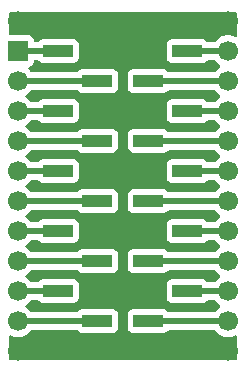
<source format=gbl>
G04 #@! TF.GenerationSoftware,KiCad,Pcbnew,9.0.6*
G04 #@! TF.CreationDate,2026-01-08T12:32:58-06:00*
G04 #@! TF.ProjectId,QFN-20_5x5_P0.65,51464e2d-3230-45f3-9578-355f50302e36,rev?*
G04 #@! TF.SameCoordinates,Original*
G04 #@! TF.FileFunction,Copper,L2,Bot*
G04 #@! TF.FilePolarity,Positive*
%FSLAX46Y46*%
G04 Gerber Fmt 4.6, Leading zero omitted, Abs format (unit mm)*
G04 Created by KiCad (PCBNEW 9.0.6) date 2026-01-08 12:32:58*
%MOMM*%
%LPD*%
G01*
G04 APERTURE LIST*
G04 Aperture macros list*
%AMRotRect*
0 Rectangle, with rotation*
0 The origin of the aperture is its center*
0 $1 length*
0 $2 width*
0 $3 Rotation angle, in degrees counterclockwise*
0 Add horizontal line*
21,1,$1,$2,0,0,$3*%
G04 Aperture macros list end*
G04 #@! TA.AperFunction,SMDPad,CuDef*
%ADD10R,2.510000X1.000000*%
G04 #@! TD*
G04 #@! TA.AperFunction,HeatsinkPad*
%ADD11C,0.500000*%
G04 #@! TD*
G04 #@! TA.AperFunction,HeatsinkPad*
%ADD12RotRect,3.350000X3.350000X315.000000*%
G04 #@! TD*
G04 #@! TA.AperFunction,ComponentPad*
%ADD13C,1.700000*%
G04 #@! TD*
G04 #@! TA.AperFunction,ComponentPad*
%ADD14R,1.700000X1.700000*%
G04 #@! TD*
G04 #@! TA.AperFunction,ViaPad*
%ADD15C,0.600000*%
G04 #@! TD*
G04 #@! TA.AperFunction,Conductor*
%ADD16C,0.500000*%
G04 #@! TD*
G04 APERTURE END LIST*
D10*
X140585000Y-106680000D03*
X143895000Y-109220000D03*
X140585000Y-111760000D03*
X143895000Y-114300000D03*
X140585000Y-116840000D03*
X143895000Y-119380000D03*
X140585000Y-121920000D03*
X143895000Y-124460000D03*
X140585000Y-127000000D03*
X143895000Y-129540000D03*
X140585000Y-132080000D03*
X143895000Y-134620000D03*
D11*
X138430000Y-117364746D03*
X137422373Y-118372373D03*
X136414746Y-119380000D03*
X139437627Y-118372373D03*
X138430000Y-119380000D03*
D12*
X138430000Y-119380000D03*
D11*
X137422373Y-120387627D03*
X140445254Y-119380000D03*
X139437627Y-120387627D03*
X138430000Y-121395254D03*
D13*
X129540000Y-106680000D03*
D14*
X129540000Y-109220000D03*
D13*
X129540000Y-111760000D03*
X129540000Y-114300000D03*
X129540000Y-116840000D03*
X129540000Y-119380000D03*
X129540000Y-121920000D03*
X129540000Y-124460000D03*
X129540000Y-127000000D03*
X129540000Y-129540000D03*
X129540000Y-132080000D03*
X129540000Y-134620000D03*
X147320000Y-106680000D03*
X147320000Y-109220000D03*
X147320000Y-111760000D03*
X147320000Y-114300000D03*
X147320000Y-116840000D03*
X147320000Y-119380000D03*
X147320000Y-121920000D03*
X147320000Y-124460000D03*
X147320000Y-127000000D03*
X147320000Y-129540000D03*
X147320000Y-132080000D03*
X147320000Y-134620000D03*
D10*
X136275000Y-116840000D03*
X136275000Y-106680000D03*
X132965000Y-109220000D03*
X136275000Y-111760000D03*
X132965000Y-114300000D03*
X132965000Y-119380000D03*
X136275000Y-121920000D03*
X132965000Y-124460000D03*
X136275000Y-127000000D03*
X132965000Y-129540000D03*
X136275000Y-132080000D03*
X132965000Y-134620000D03*
D15*
X138430000Y-115189000D03*
X138430000Y-129540000D03*
X138430000Y-109220000D03*
X138430000Y-123571000D03*
D16*
X129540000Y-132080000D02*
X136275000Y-132080000D01*
X132965000Y-114300000D02*
X129540000Y-114300000D01*
X129540000Y-121920000D02*
X136275000Y-121920000D01*
X129540000Y-127000000D02*
X136275000Y-127000000D01*
X129540000Y-109220000D02*
X132965000Y-109220000D01*
X132965000Y-124460000D02*
X129540000Y-124460000D01*
X136275000Y-111760000D02*
X129540000Y-111760000D01*
X140585000Y-111760000D02*
X147320000Y-111760000D01*
X147320000Y-109220000D02*
X143895000Y-109220000D01*
X143895000Y-114300000D02*
X147320000Y-114300000D01*
X132965000Y-129540000D02*
X129540000Y-129540000D01*
X143895000Y-124460000D02*
X147320000Y-124460000D01*
X132965000Y-134620000D02*
X129540000Y-134620000D01*
X140585000Y-106680000D02*
X147320000Y-106680000D01*
X136275000Y-106680000D02*
X129540000Y-106680000D01*
X143895000Y-134620000D02*
X147320000Y-134620000D01*
X143895000Y-119380000D02*
X147320000Y-119380000D01*
X147320000Y-121920000D02*
X140585000Y-121920000D01*
X147320000Y-116840000D02*
X140585000Y-116840000D01*
X132965000Y-119380000D02*
X129540000Y-119380000D01*
X129540000Y-116840000D02*
X136275000Y-116840000D01*
X147320000Y-127000000D02*
X140585000Y-127000000D01*
X143895000Y-129540000D02*
X147320000Y-129540000D01*
X147320000Y-132080000D02*
X140585000Y-132080000D01*
G04 #@! TA.AperFunction,Conductor*
G36*
X148032539Y-105930185D02*
G01*
X148078294Y-105982989D01*
X148089500Y-106034500D01*
X148089500Y-107894028D01*
X148069815Y-107961067D01*
X148017011Y-108006822D01*
X147947853Y-108016766D01*
X147909206Y-108004513D01*
X147838417Y-107968445D01*
X147838414Y-107968444D01*
X147838412Y-107968443D01*
X147636243Y-107902754D01*
X147636241Y-107902753D01*
X147636240Y-107902753D01*
X147474957Y-107877208D01*
X147426287Y-107869500D01*
X147213713Y-107869500D01*
X147165042Y-107877208D01*
X147003760Y-107902753D01*
X146801585Y-107968444D01*
X146612179Y-108064951D01*
X146440213Y-108189890D01*
X146289892Y-108340211D01*
X146233097Y-108418385D01*
X146177767Y-108461051D01*
X146132779Y-108469500D01*
X145649751Y-108469500D01*
X145582712Y-108449815D01*
X145550485Y-108419812D01*
X145507548Y-108362457D01*
X145507546Y-108362454D01*
X145507542Y-108362451D01*
X145392335Y-108276206D01*
X145392328Y-108276202D01*
X145257482Y-108225908D01*
X145257483Y-108225908D01*
X145197883Y-108219501D01*
X145197881Y-108219500D01*
X145197873Y-108219500D01*
X145197864Y-108219500D01*
X142592129Y-108219500D01*
X142592123Y-108219501D01*
X142532516Y-108225908D01*
X142397671Y-108276202D01*
X142397664Y-108276206D01*
X142282455Y-108362452D01*
X142282452Y-108362455D01*
X142196206Y-108477664D01*
X142196202Y-108477671D01*
X142145908Y-108612517D01*
X142139501Y-108672116D01*
X142139501Y-108672123D01*
X142139500Y-108672135D01*
X142139500Y-109767870D01*
X142139501Y-109767876D01*
X142145908Y-109827483D01*
X142196202Y-109962328D01*
X142196206Y-109962335D01*
X142282452Y-110077544D01*
X142282455Y-110077547D01*
X142397664Y-110163793D01*
X142397671Y-110163797D01*
X142532517Y-110214091D01*
X142532516Y-110214091D01*
X142539444Y-110214835D01*
X142592127Y-110220500D01*
X145197872Y-110220499D01*
X145257483Y-110214091D01*
X145392331Y-110163796D01*
X145507546Y-110077546D01*
X145545040Y-110027461D01*
X145550485Y-110020188D01*
X145606419Y-109978318D01*
X145649751Y-109970500D01*
X146132779Y-109970500D01*
X146199818Y-109990185D01*
X146233097Y-110021615D01*
X146289892Y-110099788D01*
X146440213Y-110250109D01*
X146612182Y-110375050D01*
X146620946Y-110379516D01*
X146671742Y-110427491D01*
X146688536Y-110495312D01*
X146665998Y-110561447D01*
X146620946Y-110600484D01*
X146612182Y-110604949D01*
X146440213Y-110729890D01*
X146289892Y-110880211D01*
X146233097Y-110958385D01*
X146177767Y-111001051D01*
X146132779Y-111009500D01*
X142339751Y-111009500D01*
X142272712Y-110989815D01*
X142240485Y-110959812D01*
X142197548Y-110902457D01*
X142197546Y-110902454D01*
X142197542Y-110902451D01*
X142082335Y-110816206D01*
X142082328Y-110816202D01*
X141947482Y-110765908D01*
X141947483Y-110765908D01*
X141887883Y-110759501D01*
X141887881Y-110759500D01*
X141887873Y-110759500D01*
X141887864Y-110759500D01*
X139282129Y-110759500D01*
X139282123Y-110759501D01*
X139222516Y-110765908D01*
X139087671Y-110816202D01*
X139087664Y-110816206D01*
X138972455Y-110902452D01*
X138972452Y-110902455D01*
X138886206Y-111017664D01*
X138886202Y-111017671D01*
X138835908Y-111152517D01*
X138829501Y-111212116D01*
X138829501Y-111212123D01*
X138829500Y-111212135D01*
X138829500Y-112307870D01*
X138829501Y-112307876D01*
X138835908Y-112367483D01*
X138886202Y-112502328D01*
X138886206Y-112502335D01*
X138972452Y-112617544D01*
X138972455Y-112617547D01*
X139087664Y-112703793D01*
X139087671Y-112703797D01*
X139222517Y-112754091D01*
X139222516Y-112754091D01*
X139229444Y-112754835D01*
X139282127Y-112760500D01*
X141887872Y-112760499D01*
X141947483Y-112754091D01*
X142082331Y-112703796D01*
X142197546Y-112617546D01*
X142224227Y-112581903D01*
X142240485Y-112560188D01*
X142296419Y-112518318D01*
X142339751Y-112510500D01*
X146132779Y-112510500D01*
X146199818Y-112530185D01*
X146233097Y-112561615D01*
X146289892Y-112639788D01*
X146440213Y-112790109D01*
X146612182Y-112915050D01*
X146620946Y-112919516D01*
X146671742Y-112967491D01*
X146688536Y-113035312D01*
X146665998Y-113101447D01*
X146620946Y-113140484D01*
X146612182Y-113144949D01*
X146440213Y-113269890D01*
X146289892Y-113420211D01*
X146233097Y-113498385D01*
X146177767Y-113541051D01*
X146132779Y-113549500D01*
X145649751Y-113549500D01*
X145582712Y-113529815D01*
X145550485Y-113499812D01*
X145507548Y-113442457D01*
X145507546Y-113442454D01*
X145507542Y-113442451D01*
X145392335Y-113356206D01*
X145392328Y-113356202D01*
X145257482Y-113305908D01*
X145257483Y-113305908D01*
X145197883Y-113299501D01*
X145197881Y-113299500D01*
X145197873Y-113299500D01*
X145197864Y-113299500D01*
X142592129Y-113299500D01*
X142592123Y-113299501D01*
X142532516Y-113305908D01*
X142397671Y-113356202D01*
X142397664Y-113356206D01*
X142282455Y-113442452D01*
X142282452Y-113442455D01*
X142196206Y-113557664D01*
X142196202Y-113557671D01*
X142145908Y-113692517D01*
X142139501Y-113752116D01*
X142139501Y-113752123D01*
X142139500Y-113752135D01*
X142139500Y-114847870D01*
X142139501Y-114847876D01*
X142145908Y-114907483D01*
X142196202Y-115042328D01*
X142196206Y-115042335D01*
X142282452Y-115157544D01*
X142282455Y-115157547D01*
X142397664Y-115243793D01*
X142397671Y-115243797D01*
X142532517Y-115294091D01*
X142532516Y-115294091D01*
X142539444Y-115294835D01*
X142592127Y-115300500D01*
X145197872Y-115300499D01*
X145257483Y-115294091D01*
X145392331Y-115243796D01*
X145507546Y-115157546D01*
X145534227Y-115121903D01*
X145550485Y-115100188D01*
X145606419Y-115058318D01*
X145649751Y-115050500D01*
X146132779Y-115050500D01*
X146199818Y-115070185D01*
X146233097Y-115101615D01*
X146289892Y-115179788D01*
X146440213Y-115330109D01*
X146612182Y-115455050D01*
X146620946Y-115459516D01*
X146671742Y-115507491D01*
X146688536Y-115575312D01*
X146665998Y-115641447D01*
X146620946Y-115680484D01*
X146612182Y-115684949D01*
X146440213Y-115809890D01*
X146289892Y-115960211D01*
X146233097Y-116038385D01*
X146177767Y-116081051D01*
X146132779Y-116089500D01*
X142339751Y-116089500D01*
X142272712Y-116069815D01*
X142240485Y-116039812D01*
X142197548Y-115982457D01*
X142197546Y-115982454D01*
X142197542Y-115982451D01*
X142082335Y-115896206D01*
X142082328Y-115896202D01*
X141947482Y-115845908D01*
X141947483Y-115845908D01*
X141887883Y-115839501D01*
X141887881Y-115839500D01*
X141887873Y-115839500D01*
X141887864Y-115839500D01*
X139282129Y-115839500D01*
X139282123Y-115839501D01*
X139222516Y-115845908D01*
X139087671Y-115896202D01*
X139087664Y-115896206D01*
X138972455Y-115982452D01*
X138972452Y-115982455D01*
X138886206Y-116097664D01*
X138886202Y-116097671D01*
X138835908Y-116232517D01*
X138829501Y-116292116D01*
X138829501Y-116292123D01*
X138829500Y-116292135D01*
X138829500Y-117387870D01*
X138829501Y-117387876D01*
X138835908Y-117447483D01*
X138886202Y-117582328D01*
X138886206Y-117582335D01*
X138972452Y-117697544D01*
X138972455Y-117697547D01*
X139087664Y-117783793D01*
X139087671Y-117783797D01*
X139222517Y-117834091D01*
X139222516Y-117834091D01*
X139229444Y-117834835D01*
X139282127Y-117840500D01*
X141887872Y-117840499D01*
X141947483Y-117834091D01*
X142082331Y-117783796D01*
X142197546Y-117697546D01*
X142224227Y-117661903D01*
X142240485Y-117640188D01*
X142296419Y-117598318D01*
X142339751Y-117590500D01*
X146132779Y-117590500D01*
X146199818Y-117610185D01*
X146233097Y-117641615D01*
X146289892Y-117719788D01*
X146440213Y-117870109D01*
X146612182Y-117995050D01*
X146620946Y-117999516D01*
X146671742Y-118047491D01*
X146688536Y-118115312D01*
X146665998Y-118181447D01*
X146620946Y-118220484D01*
X146612182Y-118224949D01*
X146440213Y-118349890D01*
X146289892Y-118500211D01*
X146233097Y-118578385D01*
X146177767Y-118621051D01*
X146132779Y-118629500D01*
X145649751Y-118629500D01*
X145582712Y-118609815D01*
X145550485Y-118579812D01*
X145507548Y-118522457D01*
X145507546Y-118522454D01*
X145507542Y-118522451D01*
X145392335Y-118436206D01*
X145392328Y-118436202D01*
X145257482Y-118385908D01*
X145257483Y-118385908D01*
X145197883Y-118379501D01*
X145197881Y-118379500D01*
X145197873Y-118379500D01*
X145197864Y-118379500D01*
X142592129Y-118379500D01*
X142592123Y-118379501D01*
X142532516Y-118385908D01*
X142397671Y-118436202D01*
X142397664Y-118436206D01*
X142282455Y-118522452D01*
X142282452Y-118522455D01*
X142196206Y-118637664D01*
X142196202Y-118637671D01*
X142145908Y-118772517D01*
X142139501Y-118832116D01*
X142139501Y-118832123D01*
X142139500Y-118832135D01*
X142139500Y-119927870D01*
X142139501Y-119927876D01*
X142145908Y-119987483D01*
X142196202Y-120122328D01*
X142196206Y-120122335D01*
X142282452Y-120237544D01*
X142282455Y-120237547D01*
X142397664Y-120323793D01*
X142397671Y-120323797D01*
X142532517Y-120374091D01*
X142532516Y-120374091D01*
X142539444Y-120374835D01*
X142592127Y-120380500D01*
X145197872Y-120380499D01*
X145257483Y-120374091D01*
X145392331Y-120323796D01*
X145507546Y-120237546D01*
X145534227Y-120201903D01*
X145550485Y-120180188D01*
X145606419Y-120138318D01*
X145649751Y-120130500D01*
X146132779Y-120130500D01*
X146199818Y-120150185D01*
X146233097Y-120181615D01*
X146289892Y-120259788D01*
X146440213Y-120410109D01*
X146612182Y-120535050D01*
X146620946Y-120539516D01*
X146671742Y-120587491D01*
X146688536Y-120655312D01*
X146665998Y-120721447D01*
X146620946Y-120760484D01*
X146612182Y-120764949D01*
X146440213Y-120889890D01*
X146289892Y-121040211D01*
X146233097Y-121118385D01*
X146177767Y-121161051D01*
X146132779Y-121169500D01*
X142339751Y-121169500D01*
X142272712Y-121149815D01*
X142240485Y-121119812D01*
X142197548Y-121062457D01*
X142197546Y-121062454D01*
X142197542Y-121062451D01*
X142082335Y-120976206D01*
X142082328Y-120976202D01*
X141947482Y-120925908D01*
X141947483Y-120925908D01*
X141887883Y-120919501D01*
X141887881Y-120919500D01*
X141887873Y-120919500D01*
X141887864Y-120919500D01*
X139282129Y-120919500D01*
X139282123Y-120919501D01*
X139222516Y-120925908D01*
X139087671Y-120976202D01*
X139087664Y-120976206D01*
X138972455Y-121062452D01*
X138972452Y-121062455D01*
X138886206Y-121177664D01*
X138886202Y-121177671D01*
X138835908Y-121312517D01*
X138829501Y-121372116D01*
X138829501Y-121372123D01*
X138829500Y-121372135D01*
X138829500Y-122467870D01*
X138829501Y-122467876D01*
X138835908Y-122527483D01*
X138886202Y-122662328D01*
X138886206Y-122662335D01*
X138972452Y-122777544D01*
X138972455Y-122777547D01*
X139087664Y-122863793D01*
X139087671Y-122863797D01*
X139222517Y-122914091D01*
X139222516Y-122914091D01*
X139229444Y-122914835D01*
X139282127Y-122920500D01*
X141887872Y-122920499D01*
X141947483Y-122914091D01*
X142082331Y-122863796D01*
X142197546Y-122777546D01*
X142224227Y-122741903D01*
X142240485Y-122720188D01*
X142296419Y-122678318D01*
X142339751Y-122670500D01*
X146132779Y-122670500D01*
X146199818Y-122690185D01*
X146233097Y-122721615D01*
X146289892Y-122799788D01*
X146440213Y-122950109D01*
X146612182Y-123075050D01*
X146620946Y-123079516D01*
X146671742Y-123127491D01*
X146688536Y-123195312D01*
X146665998Y-123261447D01*
X146620946Y-123300484D01*
X146612182Y-123304949D01*
X146440213Y-123429890D01*
X146289892Y-123580211D01*
X146233097Y-123658385D01*
X146177767Y-123701051D01*
X146132779Y-123709500D01*
X145649751Y-123709500D01*
X145582712Y-123689815D01*
X145550485Y-123659812D01*
X145507548Y-123602457D01*
X145507546Y-123602454D01*
X145507542Y-123602451D01*
X145392335Y-123516206D01*
X145392328Y-123516202D01*
X145257482Y-123465908D01*
X145257483Y-123465908D01*
X145197883Y-123459501D01*
X145197881Y-123459500D01*
X145197873Y-123459500D01*
X145197864Y-123459500D01*
X142592129Y-123459500D01*
X142592123Y-123459501D01*
X142532516Y-123465908D01*
X142397671Y-123516202D01*
X142397664Y-123516206D01*
X142282455Y-123602452D01*
X142282452Y-123602455D01*
X142196206Y-123717664D01*
X142196202Y-123717671D01*
X142145908Y-123852517D01*
X142139501Y-123912116D01*
X142139501Y-123912123D01*
X142139500Y-123912135D01*
X142139500Y-125007870D01*
X142139501Y-125007876D01*
X142145908Y-125067483D01*
X142196202Y-125202328D01*
X142196206Y-125202335D01*
X142282452Y-125317544D01*
X142282455Y-125317547D01*
X142397664Y-125403793D01*
X142397671Y-125403797D01*
X142532517Y-125454091D01*
X142532516Y-125454091D01*
X142539444Y-125454835D01*
X142592127Y-125460500D01*
X145197872Y-125460499D01*
X145257483Y-125454091D01*
X145392331Y-125403796D01*
X145507546Y-125317546D01*
X145534227Y-125281903D01*
X145550485Y-125260188D01*
X145606419Y-125218318D01*
X145649751Y-125210500D01*
X146132779Y-125210500D01*
X146199818Y-125230185D01*
X146233097Y-125261615D01*
X146289892Y-125339788D01*
X146440213Y-125490109D01*
X146612182Y-125615050D01*
X146620946Y-125619516D01*
X146671742Y-125667491D01*
X146688536Y-125735312D01*
X146665998Y-125801447D01*
X146620946Y-125840484D01*
X146612182Y-125844949D01*
X146440213Y-125969890D01*
X146289892Y-126120211D01*
X146233097Y-126198385D01*
X146177767Y-126241051D01*
X146132779Y-126249500D01*
X142339751Y-126249500D01*
X142272712Y-126229815D01*
X142240485Y-126199812D01*
X142197548Y-126142457D01*
X142197546Y-126142454D01*
X142197542Y-126142451D01*
X142082335Y-126056206D01*
X142082328Y-126056202D01*
X141947482Y-126005908D01*
X141947483Y-126005908D01*
X141887883Y-125999501D01*
X141887881Y-125999500D01*
X141887873Y-125999500D01*
X141887864Y-125999500D01*
X139282129Y-125999500D01*
X139282123Y-125999501D01*
X139222516Y-126005908D01*
X139087671Y-126056202D01*
X139087664Y-126056206D01*
X138972455Y-126142452D01*
X138972452Y-126142455D01*
X138886206Y-126257664D01*
X138886202Y-126257671D01*
X138835908Y-126392517D01*
X138829501Y-126452116D01*
X138829501Y-126452123D01*
X138829500Y-126452135D01*
X138829500Y-127547870D01*
X138829501Y-127547876D01*
X138835908Y-127607483D01*
X138886202Y-127742328D01*
X138886206Y-127742335D01*
X138972452Y-127857544D01*
X138972455Y-127857547D01*
X139087664Y-127943793D01*
X139087671Y-127943797D01*
X139222517Y-127994091D01*
X139222516Y-127994091D01*
X139229444Y-127994835D01*
X139282127Y-128000500D01*
X141887872Y-128000499D01*
X141947483Y-127994091D01*
X142082331Y-127943796D01*
X142197546Y-127857546D01*
X142224227Y-127821903D01*
X142240485Y-127800188D01*
X142296419Y-127758318D01*
X142339751Y-127750500D01*
X146132779Y-127750500D01*
X146199818Y-127770185D01*
X146233097Y-127801615D01*
X146289892Y-127879788D01*
X146440213Y-128030109D01*
X146612182Y-128155050D01*
X146620946Y-128159516D01*
X146671742Y-128207491D01*
X146688536Y-128275312D01*
X146665998Y-128341447D01*
X146620946Y-128380484D01*
X146612182Y-128384949D01*
X146440213Y-128509890D01*
X146289892Y-128660211D01*
X146233097Y-128738385D01*
X146177767Y-128781051D01*
X146132779Y-128789500D01*
X145649751Y-128789500D01*
X145582712Y-128769815D01*
X145550485Y-128739812D01*
X145507548Y-128682457D01*
X145507546Y-128682454D01*
X145507542Y-128682451D01*
X145392335Y-128596206D01*
X145392328Y-128596202D01*
X145257482Y-128545908D01*
X145257483Y-128545908D01*
X145197883Y-128539501D01*
X145197881Y-128539500D01*
X145197873Y-128539500D01*
X145197864Y-128539500D01*
X142592129Y-128539500D01*
X142592123Y-128539501D01*
X142532516Y-128545908D01*
X142397671Y-128596202D01*
X142397664Y-128596206D01*
X142282455Y-128682452D01*
X142282452Y-128682455D01*
X142196206Y-128797664D01*
X142196202Y-128797671D01*
X142145908Y-128932517D01*
X142139501Y-128992116D01*
X142139501Y-128992123D01*
X142139500Y-128992135D01*
X142139500Y-130087870D01*
X142139501Y-130087876D01*
X142145908Y-130147483D01*
X142196202Y-130282328D01*
X142196206Y-130282335D01*
X142282452Y-130397544D01*
X142282455Y-130397547D01*
X142397664Y-130483793D01*
X142397671Y-130483797D01*
X142532517Y-130534091D01*
X142532516Y-130534091D01*
X142539444Y-130534835D01*
X142592127Y-130540500D01*
X145197872Y-130540499D01*
X145257483Y-130534091D01*
X145392331Y-130483796D01*
X145507546Y-130397546D01*
X145534227Y-130361903D01*
X145550485Y-130340188D01*
X145606419Y-130298318D01*
X145649751Y-130290500D01*
X146132779Y-130290500D01*
X146199818Y-130310185D01*
X146233097Y-130341615D01*
X146289892Y-130419788D01*
X146440213Y-130570109D01*
X146612182Y-130695050D01*
X146620946Y-130699516D01*
X146671742Y-130747491D01*
X146688536Y-130815312D01*
X146665998Y-130881447D01*
X146620946Y-130920484D01*
X146612182Y-130924949D01*
X146440213Y-131049890D01*
X146289892Y-131200211D01*
X146233097Y-131278385D01*
X146177767Y-131321051D01*
X146132779Y-131329500D01*
X142339751Y-131329500D01*
X142272712Y-131309815D01*
X142240485Y-131279812D01*
X142197548Y-131222457D01*
X142197546Y-131222454D01*
X142197542Y-131222451D01*
X142082335Y-131136206D01*
X142082328Y-131136202D01*
X141947482Y-131085908D01*
X141947483Y-131085908D01*
X141887883Y-131079501D01*
X141887881Y-131079500D01*
X141887873Y-131079500D01*
X141887864Y-131079500D01*
X139282129Y-131079500D01*
X139282123Y-131079501D01*
X139222516Y-131085908D01*
X139087671Y-131136202D01*
X139087664Y-131136206D01*
X138972455Y-131222452D01*
X138972452Y-131222455D01*
X138886206Y-131337664D01*
X138886202Y-131337671D01*
X138835908Y-131472517D01*
X138829501Y-131532116D01*
X138829501Y-131532123D01*
X138829500Y-131532135D01*
X138829500Y-132627870D01*
X138829501Y-132627876D01*
X138835908Y-132687483D01*
X138886202Y-132822328D01*
X138886206Y-132822335D01*
X138972452Y-132937544D01*
X138972455Y-132937547D01*
X139087664Y-133023793D01*
X139087671Y-133023797D01*
X139222517Y-133074091D01*
X139222516Y-133074091D01*
X139229444Y-133074835D01*
X139282127Y-133080500D01*
X141887872Y-133080499D01*
X141947483Y-133074091D01*
X142082331Y-133023796D01*
X142197546Y-132937546D01*
X142224227Y-132901903D01*
X142240485Y-132880188D01*
X142296419Y-132838318D01*
X142339751Y-132830500D01*
X146132779Y-132830500D01*
X146199818Y-132850185D01*
X146233097Y-132881615D01*
X146289892Y-132959788D01*
X146440213Y-133110109D01*
X146612179Y-133235048D01*
X146612181Y-133235049D01*
X146612184Y-133235051D01*
X146801588Y-133331557D01*
X147003757Y-133397246D01*
X147213713Y-133430500D01*
X147213714Y-133430500D01*
X147426286Y-133430500D01*
X147426287Y-133430500D01*
X147636243Y-133397246D01*
X147838412Y-133331557D01*
X147909205Y-133295485D01*
X147977874Y-133282590D01*
X148042614Y-133308866D01*
X148082872Y-133365972D01*
X148089500Y-133405971D01*
X148089500Y-135265500D01*
X148069815Y-135332539D01*
X148017011Y-135378294D01*
X147965500Y-135389500D01*
X128894500Y-135389500D01*
X128827461Y-135369815D01*
X128781706Y-135317011D01*
X128770500Y-135265500D01*
X128770500Y-133405971D01*
X128790185Y-133338932D01*
X128842989Y-133293177D01*
X128912147Y-133283233D01*
X128950793Y-133295485D01*
X129021588Y-133331557D01*
X129223757Y-133397246D01*
X129433713Y-133430500D01*
X129433714Y-133430500D01*
X129646286Y-133430500D01*
X129646287Y-133430500D01*
X129856243Y-133397246D01*
X130058412Y-133331557D01*
X130247816Y-133235051D01*
X130269789Y-133219086D01*
X130419786Y-133110109D01*
X130419788Y-133110106D01*
X130419792Y-133110104D01*
X130570104Y-132959792D01*
X130586266Y-132937547D01*
X130626903Y-132881615D01*
X130682233Y-132838949D01*
X130727221Y-132830500D01*
X134520249Y-132830500D01*
X134587288Y-132850185D01*
X134619515Y-132880188D01*
X134662451Y-132937542D01*
X134662454Y-132937546D01*
X134662457Y-132937548D01*
X134777664Y-133023793D01*
X134777671Y-133023797D01*
X134912517Y-133074091D01*
X134912516Y-133074091D01*
X134919444Y-133074835D01*
X134972127Y-133080500D01*
X137577872Y-133080499D01*
X137637483Y-133074091D01*
X137772331Y-133023796D01*
X137887546Y-132937546D01*
X137973796Y-132822331D01*
X138024091Y-132687483D01*
X138030500Y-132627873D01*
X138030499Y-131532128D01*
X138024091Y-131472517D01*
X137973796Y-131337669D01*
X137973795Y-131337668D01*
X137973793Y-131337664D01*
X137887547Y-131222455D01*
X137887544Y-131222452D01*
X137772335Y-131136206D01*
X137772328Y-131136202D01*
X137637482Y-131085908D01*
X137637483Y-131085908D01*
X137577883Y-131079501D01*
X137577881Y-131079500D01*
X137577873Y-131079500D01*
X137577864Y-131079500D01*
X134972129Y-131079500D01*
X134972123Y-131079501D01*
X134912516Y-131085908D01*
X134777671Y-131136202D01*
X134777664Y-131136206D01*
X134662457Y-131222451D01*
X134662451Y-131222457D01*
X134619515Y-131279812D01*
X134563581Y-131321682D01*
X134520249Y-131329500D01*
X130727221Y-131329500D01*
X130660182Y-131309815D01*
X130626903Y-131278385D01*
X130570107Y-131200211D01*
X130419786Y-131049890D01*
X130247820Y-130924951D01*
X130247115Y-130924591D01*
X130239054Y-130920485D01*
X130188259Y-130872512D01*
X130171463Y-130804692D01*
X130193999Y-130738556D01*
X130239054Y-130699515D01*
X130247816Y-130695051D01*
X130269789Y-130679086D01*
X130419786Y-130570109D01*
X130419788Y-130570106D01*
X130419792Y-130570104D01*
X130570104Y-130419792D01*
X130586266Y-130397547D01*
X130626903Y-130341615D01*
X130682233Y-130298949D01*
X130727221Y-130290500D01*
X131210249Y-130290500D01*
X131277288Y-130310185D01*
X131309515Y-130340188D01*
X131352451Y-130397542D01*
X131352454Y-130397546D01*
X131352457Y-130397548D01*
X131467664Y-130483793D01*
X131467671Y-130483797D01*
X131602517Y-130534091D01*
X131602516Y-130534091D01*
X131609444Y-130534835D01*
X131662127Y-130540500D01*
X134267872Y-130540499D01*
X134327483Y-130534091D01*
X134462331Y-130483796D01*
X134577546Y-130397546D01*
X134663796Y-130282331D01*
X134714091Y-130147483D01*
X134720500Y-130087873D01*
X134720499Y-128992128D01*
X134714091Y-128932517D01*
X134663796Y-128797669D01*
X134663795Y-128797668D01*
X134663793Y-128797664D01*
X134577547Y-128682455D01*
X134577544Y-128682452D01*
X134462335Y-128596206D01*
X134462328Y-128596202D01*
X134327482Y-128545908D01*
X134327483Y-128545908D01*
X134267883Y-128539501D01*
X134267881Y-128539500D01*
X134267873Y-128539500D01*
X134267864Y-128539500D01*
X131662129Y-128539500D01*
X131662123Y-128539501D01*
X131602516Y-128545908D01*
X131467671Y-128596202D01*
X131467664Y-128596206D01*
X131352457Y-128682451D01*
X131352451Y-128682457D01*
X131309515Y-128739812D01*
X131253581Y-128781682D01*
X131210249Y-128789500D01*
X130727221Y-128789500D01*
X130660182Y-128769815D01*
X130626903Y-128738385D01*
X130570107Y-128660211D01*
X130419786Y-128509890D01*
X130247820Y-128384951D01*
X130247115Y-128384591D01*
X130239054Y-128380485D01*
X130188259Y-128332512D01*
X130171463Y-128264692D01*
X130193999Y-128198556D01*
X130239054Y-128159515D01*
X130247816Y-128155051D01*
X130269789Y-128139086D01*
X130419786Y-128030109D01*
X130419788Y-128030106D01*
X130419792Y-128030104D01*
X130570104Y-127879792D01*
X130586266Y-127857547D01*
X130626903Y-127801615D01*
X130682233Y-127758949D01*
X130727221Y-127750500D01*
X134520249Y-127750500D01*
X134587288Y-127770185D01*
X134619515Y-127800188D01*
X134662451Y-127857542D01*
X134662454Y-127857546D01*
X134662457Y-127857548D01*
X134777664Y-127943793D01*
X134777671Y-127943797D01*
X134912517Y-127994091D01*
X134912516Y-127994091D01*
X134919444Y-127994835D01*
X134972127Y-128000500D01*
X137577872Y-128000499D01*
X137637483Y-127994091D01*
X137772331Y-127943796D01*
X137887546Y-127857546D01*
X137973796Y-127742331D01*
X138024091Y-127607483D01*
X138030500Y-127547873D01*
X138030499Y-126452128D01*
X138024091Y-126392517D01*
X137973796Y-126257669D01*
X137973795Y-126257668D01*
X137973793Y-126257664D01*
X137887547Y-126142455D01*
X137887544Y-126142452D01*
X137772335Y-126056206D01*
X137772328Y-126056202D01*
X137637482Y-126005908D01*
X137637483Y-126005908D01*
X137577883Y-125999501D01*
X137577881Y-125999500D01*
X137577873Y-125999500D01*
X137577864Y-125999500D01*
X134972129Y-125999500D01*
X134972123Y-125999501D01*
X134912516Y-126005908D01*
X134777671Y-126056202D01*
X134777664Y-126056206D01*
X134662457Y-126142451D01*
X134662451Y-126142457D01*
X134619515Y-126199812D01*
X134563581Y-126241682D01*
X134520249Y-126249500D01*
X130727221Y-126249500D01*
X130660182Y-126229815D01*
X130626903Y-126198385D01*
X130570107Y-126120211D01*
X130419786Y-125969890D01*
X130247820Y-125844951D01*
X130247115Y-125844591D01*
X130239054Y-125840485D01*
X130188259Y-125792512D01*
X130171463Y-125724692D01*
X130193999Y-125658556D01*
X130239054Y-125619515D01*
X130247816Y-125615051D01*
X130269789Y-125599086D01*
X130419786Y-125490109D01*
X130419788Y-125490106D01*
X130419792Y-125490104D01*
X130570104Y-125339792D01*
X130586266Y-125317547D01*
X130626903Y-125261615D01*
X130682233Y-125218949D01*
X130727221Y-125210500D01*
X131210249Y-125210500D01*
X131277288Y-125230185D01*
X131309515Y-125260188D01*
X131352451Y-125317542D01*
X131352454Y-125317546D01*
X131352457Y-125317548D01*
X131467664Y-125403793D01*
X131467671Y-125403797D01*
X131602517Y-125454091D01*
X131602516Y-125454091D01*
X131609444Y-125454835D01*
X131662127Y-125460500D01*
X134267872Y-125460499D01*
X134327483Y-125454091D01*
X134462331Y-125403796D01*
X134577546Y-125317546D01*
X134663796Y-125202331D01*
X134714091Y-125067483D01*
X134720500Y-125007873D01*
X134720499Y-123912128D01*
X134714091Y-123852517D01*
X134663796Y-123717669D01*
X134663795Y-123717668D01*
X134663793Y-123717664D01*
X134577547Y-123602455D01*
X134577544Y-123602452D01*
X134462335Y-123516206D01*
X134462328Y-123516202D01*
X134327482Y-123465908D01*
X134327483Y-123465908D01*
X134267883Y-123459501D01*
X134267881Y-123459500D01*
X134267873Y-123459500D01*
X134267864Y-123459500D01*
X131662129Y-123459500D01*
X131662123Y-123459501D01*
X131602516Y-123465908D01*
X131467671Y-123516202D01*
X131467664Y-123516206D01*
X131352457Y-123602451D01*
X131352451Y-123602457D01*
X131309515Y-123659812D01*
X131253581Y-123701682D01*
X131210249Y-123709500D01*
X130727221Y-123709500D01*
X130660182Y-123689815D01*
X130626903Y-123658385D01*
X130570107Y-123580211D01*
X130419786Y-123429890D01*
X130247820Y-123304951D01*
X130247115Y-123304591D01*
X130239054Y-123300485D01*
X130188259Y-123252512D01*
X130171463Y-123184692D01*
X130193999Y-123118556D01*
X130239054Y-123079515D01*
X130247816Y-123075051D01*
X130269789Y-123059086D01*
X130419786Y-122950109D01*
X130419788Y-122950106D01*
X130419792Y-122950104D01*
X130570104Y-122799792D01*
X130586266Y-122777547D01*
X130626903Y-122721615D01*
X130682233Y-122678949D01*
X130727221Y-122670500D01*
X134520249Y-122670500D01*
X134587288Y-122690185D01*
X134619515Y-122720188D01*
X134662451Y-122777542D01*
X134662454Y-122777546D01*
X134662457Y-122777548D01*
X134777664Y-122863793D01*
X134777671Y-122863797D01*
X134912517Y-122914091D01*
X134912516Y-122914091D01*
X134919444Y-122914835D01*
X134972127Y-122920500D01*
X137577872Y-122920499D01*
X137637483Y-122914091D01*
X137772331Y-122863796D01*
X137887546Y-122777546D01*
X137973796Y-122662331D01*
X138024091Y-122527483D01*
X138030500Y-122467873D01*
X138030499Y-121372128D01*
X138024091Y-121312517D01*
X137973796Y-121177669D01*
X137973795Y-121177668D01*
X137973793Y-121177664D01*
X137887547Y-121062455D01*
X137887544Y-121062452D01*
X137772335Y-120976206D01*
X137772328Y-120976202D01*
X137637482Y-120925908D01*
X137637483Y-120925908D01*
X137577883Y-120919501D01*
X137577881Y-120919500D01*
X137577873Y-120919500D01*
X137577864Y-120919500D01*
X134972129Y-120919500D01*
X134972123Y-120919501D01*
X134912516Y-120925908D01*
X134777671Y-120976202D01*
X134777664Y-120976206D01*
X134662457Y-121062451D01*
X134662451Y-121062457D01*
X134619515Y-121119812D01*
X134563581Y-121161682D01*
X134520249Y-121169500D01*
X130727221Y-121169500D01*
X130660182Y-121149815D01*
X130626903Y-121118385D01*
X130570107Y-121040211D01*
X130419786Y-120889890D01*
X130247820Y-120764951D01*
X130247115Y-120764591D01*
X130239054Y-120760485D01*
X130188259Y-120712512D01*
X130171463Y-120644692D01*
X130193999Y-120578556D01*
X130239054Y-120539515D01*
X130247816Y-120535051D01*
X130269789Y-120519086D01*
X130419786Y-120410109D01*
X130419788Y-120410106D01*
X130419792Y-120410104D01*
X130570104Y-120259792D01*
X130586266Y-120237547D01*
X130626903Y-120181615D01*
X130682233Y-120138949D01*
X130727221Y-120130500D01*
X131210249Y-120130500D01*
X131277288Y-120150185D01*
X131309515Y-120180188D01*
X131352451Y-120237542D01*
X131352454Y-120237546D01*
X131352457Y-120237548D01*
X131467664Y-120323793D01*
X131467671Y-120323797D01*
X131602517Y-120374091D01*
X131602516Y-120374091D01*
X131609444Y-120374835D01*
X131662127Y-120380500D01*
X134267872Y-120380499D01*
X134327483Y-120374091D01*
X134462331Y-120323796D01*
X134577546Y-120237546D01*
X134663796Y-120122331D01*
X134714091Y-119987483D01*
X134720500Y-119927873D01*
X134720499Y-118832128D01*
X134714091Y-118772517D01*
X134663796Y-118637669D01*
X134663795Y-118637668D01*
X134663793Y-118637664D01*
X134577547Y-118522455D01*
X134577544Y-118522452D01*
X134462335Y-118436206D01*
X134462328Y-118436202D01*
X134327482Y-118385908D01*
X134327483Y-118385908D01*
X134267883Y-118379501D01*
X134267881Y-118379500D01*
X134267873Y-118379500D01*
X134267864Y-118379500D01*
X131662129Y-118379500D01*
X131662123Y-118379501D01*
X131602516Y-118385908D01*
X131467671Y-118436202D01*
X131467664Y-118436206D01*
X131352457Y-118522451D01*
X131352451Y-118522457D01*
X131309515Y-118579812D01*
X131253581Y-118621682D01*
X131210249Y-118629500D01*
X130727221Y-118629500D01*
X130660182Y-118609815D01*
X130626903Y-118578385D01*
X130570107Y-118500211D01*
X130419786Y-118349890D01*
X130247820Y-118224951D01*
X130247115Y-118224591D01*
X130239054Y-118220485D01*
X130188259Y-118172512D01*
X130171463Y-118104692D01*
X130193999Y-118038556D01*
X130239054Y-117999515D01*
X130247816Y-117995051D01*
X130269789Y-117979086D01*
X130419786Y-117870109D01*
X130419788Y-117870106D01*
X130419792Y-117870104D01*
X130570104Y-117719792D01*
X130586266Y-117697547D01*
X130626903Y-117641615D01*
X130682233Y-117598949D01*
X130727221Y-117590500D01*
X134520249Y-117590500D01*
X134587288Y-117610185D01*
X134619515Y-117640188D01*
X134662451Y-117697542D01*
X134662454Y-117697546D01*
X134662457Y-117697548D01*
X134777664Y-117783793D01*
X134777671Y-117783797D01*
X134912517Y-117834091D01*
X134912516Y-117834091D01*
X134919444Y-117834835D01*
X134972127Y-117840500D01*
X137577872Y-117840499D01*
X137637483Y-117834091D01*
X137772331Y-117783796D01*
X137887546Y-117697546D01*
X137973796Y-117582331D01*
X138024091Y-117447483D01*
X138030500Y-117387873D01*
X138030499Y-116292128D01*
X138024091Y-116232517D01*
X137973796Y-116097669D01*
X137973795Y-116097668D01*
X137973793Y-116097664D01*
X137887547Y-115982455D01*
X137887544Y-115982452D01*
X137772335Y-115896206D01*
X137772328Y-115896202D01*
X137637482Y-115845908D01*
X137637483Y-115845908D01*
X137577883Y-115839501D01*
X137577881Y-115839500D01*
X137577873Y-115839500D01*
X137577864Y-115839500D01*
X134972129Y-115839500D01*
X134972123Y-115839501D01*
X134912516Y-115845908D01*
X134777671Y-115896202D01*
X134777664Y-115896206D01*
X134662457Y-115982451D01*
X134662451Y-115982457D01*
X134619515Y-116039812D01*
X134563581Y-116081682D01*
X134520249Y-116089500D01*
X130727221Y-116089500D01*
X130660182Y-116069815D01*
X130626903Y-116038385D01*
X130570107Y-115960211D01*
X130419786Y-115809890D01*
X130247820Y-115684951D01*
X130247115Y-115684591D01*
X130239054Y-115680485D01*
X130188259Y-115632512D01*
X130171463Y-115564692D01*
X130193999Y-115498556D01*
X130239054Y-115459515D01*
X130247816Y-115455051D01*
X130269789Y-115439086D01*
X130419786Y-115330109D01*
X130419788Y-115330106D01*
X130419792Y-115330104D01*
X130570104Y-115179792D01*
X130586266Y-115157547D01*
X130626903Y-115101615D01*
X130682233Y-115058949D01*
X130727221Y-115050500D01*
X131210249Y-115050500D01*
X131277288Y-115070185D01*
X131309515Y-115100188D01*
X131352451Y-115157542D01*
X131352454Y-115157546D01*
X131352457Y-115157548D01*
X131467664Y-115243793D01*
X131467671Y-115243797D01*
X131602517Y-115294091D01*
X131602516Y-115294091D01*
X131609444Y-115294835D01*
X131662127Y-115300500D01*
X134267872Y-115300499D01*
X134327483Y-115294091D01*
X134462331Y-115243796D01*
X134577546Y-115157546D01*
X134663796Y-115042331D01*
X134714091Y-114907483D01*
X134720500Y-114847873D01*
X134720499Y-113752128D01*
X134714091Y-113692517D01*
X134663796Y-113557669D01*
X134663795Y-113557668D01*
X134663793Y-113557664D01*
X134577547Y-113442455D01*
X134577544Y-113442452D01*
X134462335Y-113356206D01*
X134462328Y-113356202D01*
X134327482Y-113305908D01*
X134327483Y-113305908D01*
X134267883Y-113299501D01*
X134267881Y-113299500D01*
X134267873Y-113299500D01*
X134267864Y-113299500D01*
X131662129Y-113299500D01*
X131662123Y-113299501D01*
X131602516Y-113305908D01*
X131467671Y-113356202D01*
X131467664Y-113356206D01*
X131352457Y-113442451D01*
X131352451Y-113442457D01*
X131309515Y-113499812D01*
X131253581Y-113541682D01*
X131210249Y-113549500D01*
X130727221Y-113549500D01*
X130660182Y-113529815D01*
X130626903Y-113498385D01*
X130570107Y-113420211D01*
X130419786Y-113269890D01*
X130247820Y-113144951D01*
X130247115Y-113144591D01*
X130239054Y-113140485D01*
X130188259Y-113092512D01*
X130171463Y-113024692D01*
X130193999Y-112958556D01*
X130239054Y-112919515D01*
X130247816Y-112915051D01*
X130269789Y-112899086D01*
X130419786Y-112790109D01*
X130419788Y-112790106D01*
X130419792Y-112790104D01*
X130570104Y-112639792D01*
X130586266Y-112617547D01*
X130626903Y-112561615D01*
X130682233Y-112518949D01*
X130727221Y-112510500D01*
X134520249Y-112510500D01*
X134587288Y-112530185D01*
X134619515Y-112560188D01*
X134662451Y-112617542D01*
X134662454Y-112617546D01*
X134662457Y-112617548D01*
X134777664Y-112703793D01*
X134777671Y-112703797D01*
X134912517Y-112754091D01*
X134912516Y-112754091D01*
X134919444Y-112754835D01*
X134972127Y-112760500D01*
X137577872Y-112760499D01*
X137637483Y-112754091D01*
X137772331Y-112703796D01*
X137887546Y-112617546D01*
X137973796Y-112502331D01*
X138024091Y-112367483D01*
X138030500Y-112307873D01*
X138030499Y-111212128D01*
X138024091Y-111152517D01*
X137973796Y-111017669D01*
X137973795Y-111017668D01*
X137973793Y-111017664D01*
X137887547Y-110902455D01*
X137887544Y-110902452D01*
X137772335Y-110816206D01*
X137772328Y-110816202D01*
X137637482Y-110765908D01*
X137637483Y-110765908D01*
X137577883Y-110759501D01*
X137577881Y-110759500D01*
X137577873Y-110759500D01*
X137577864Y-110759500D01*
X134972129Y-110759500D01*
X134972123Y-110759501D01*
X134912516Y-110765908D01*
X134777671Y-110816202D01*
X134777664Y-110816206D01*
X134662457Y-110902451D01*
X134662451Y-110902457D01*
X134619515Y-110959812D01*
X134563581Y-111001682D01*
X134520249Y-111009500D01*
X130727221Y-111009500D01*
X130660182Y-110989815D01*
X130626903Y-110958385D01*
X130570107Y-110880211D01*
X130456569Y-110766673D01*
X130423084Y-110705350D01*
X130428068Y-110635658D01*
X130469940Y-110579725D01*
X130500915Y-110562810D01*
X130632331Y-110513796D01*
X130747546Y-110427546D01*
X130833796Y-110312331D01*
X130884091Y-110177483D01*
X130890500Y-110117873D01*
X130890500Y-110094500D01*
X130893050Y-110085814D01*
X130891762Y-110076853D01*
X130902740Y-110052812D01*
X130910185Y-110027461D01*
X130917025Y-110021533D01*
X130920787Y-110013297D01*
X130943021Y-109999007D01*
X130962989Y-109981706D01*
X130973503Y-109979418D01*
X130979565Y-109975523D01*
X131014500Y-109970500D01*
X131210249Y-109970500D01*
X131277288Y-109990185D01*
X131309515Y-110020188D01*
X131314960Y-110027461D01*
X131352454Y-110077546D01*
X131352457Y-110077548D01*
X131467664Y-110163793D01*
X131467671Y-110163797D01*
X131602517Y-110214091D01*
X131602516Y-110214091D01*
X131609444Y-110214835D01*
X131662127Y-110220500D01*
X134267872Y-110220499D01*
X134327483Y-110214091D01*
X134462331Y-110163796D01*
X134577546Y-110077546D01*
X134663796Y-109962331D01*
X134714091Y-109827483D01*
X134720500Y-109767873D01*
X134720499Y-108672128D01*
X134714091Y-108612517D01*
X134663796Y-108477669D01*
X134663795Y-108477668D01*
X134663793Y-108477664D01*
X134577547Y-108362455D01*
X134577544Y-108362452D01*
X134462335Y-108276206D01*
X134462328Y-108276202D01*
X134327482Y-108225908D01*
X134327483Y-108225908D01*
X134267883Y-108219501D01*
X134267881Y-108219500D01*
X134267873Y-108219500D01*
X134267864Y-108219500D01*
X131662129Y-108219500D01*
X131662123Y-108219501D01*
X131602516Y-108225908D01*
X131467671Y-108276202D01*
X131467664Y-108276206D01*
X131352457Y-108362451D01*
X131352451Y-108362457D01*
X131309515Y-108419812D01*
X131305859Y-108422548D01*
X131303962Y-108426703D01*
X131278144Y-108443294D01*
X131253581Y-108461682D01*
X131247953Y-108462697D01*
X131245184Y-108464477D01*
X131210249Y-108469500D01*
X131014499Y-108469500D01*
X130947460Y-108449815D01*
X130901705Y-108397011D01*
X130890499Y-108345500D01*
X130890499Y-108322129D01*
X130890498Y-108322123D01*
X130884091Y-108262516D01*
X130833797Y-108127671D01*
X130833793Y-108127664D01*
X130747547Y-108012455D01*
X130747544Y-108012452D01*
X130632335Y-107926206D01*
X130632328Y-107926202D01*
X130497482Y-107875908D01*
X130497483Y-107875908D01*
X130437883Y-107869501D01*
X130437881Y-107869500D01*
X130437873Y-107869500D01*
X130437865Y-107869500D01*
X128894500Y-107869500D01*
X128827461Y-107849815D01*
X128781706Y-107797011D01*
X128770500Y-107745500D01*
X128770500Y-106034500D01*
X128790185Y-105967461D01*
X128842989Y-105921706D01*
X128894500Y-105910500D01*
X147965500Y-105910500D01*
X148032539Y-105930185D01*
G37*
G04 #@! TD.AperFunction*
M02*

</source>
